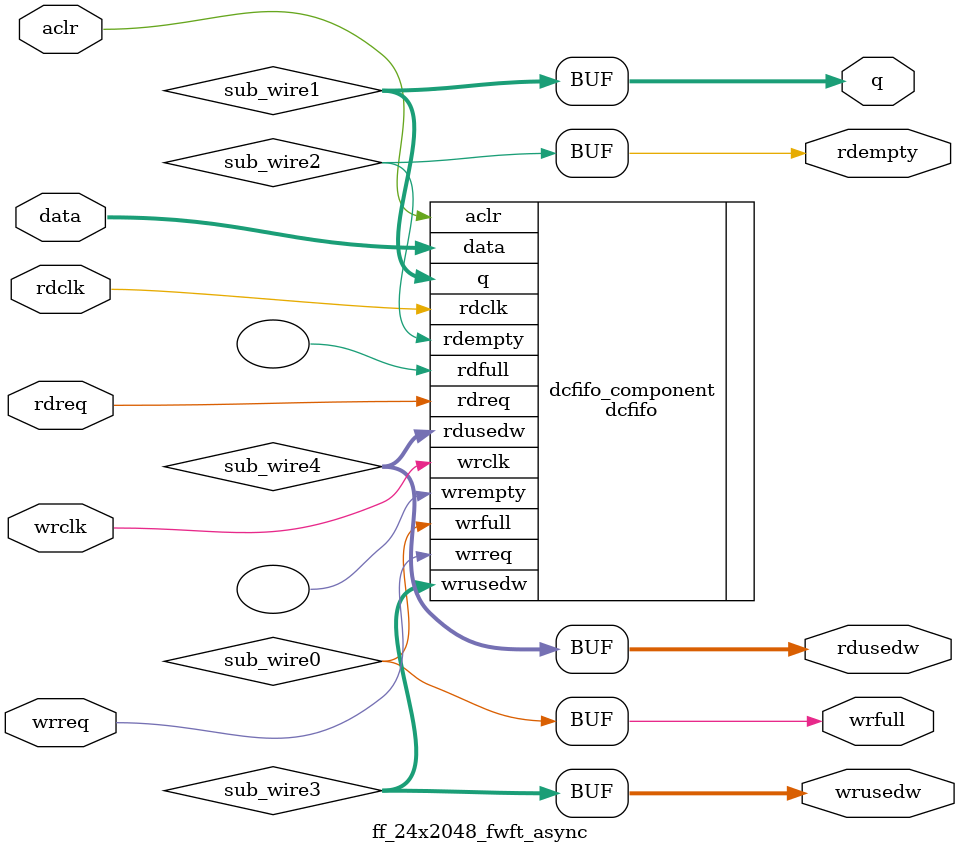
<source format=v>
module ff_24x2048_fwft_async (
	aclr,
	data,
	rdclk,
	rdreq,
	wrclk,
	wrreq,
	q,
	rdempty,
	rdusedw,
	wrfull,
	wrusedw);
	input	  aclr;
	input	[23:0]  data;
	input	  rdclk;
	input	  rdreq;
	input	  wrclk;
	input	  wrreq;
	output	[23:0]  q;
	output	  rdempty;
	output	[10:0]  rdusedw;
	output	  wrfull;
	output	[10:0]  wrusedw;
`ifndef ALTERA_RESERVED_QIS
// synopsys translate_off
`endif
	tri0	  aclr;
`ifndef ALTERA_RESERVED_QIS
// synopsys translate_on
`endif
	wire  sub_wire0;
	wire [23:0] sub_wire1;
	wire  sub_wire2;
	wire [10:0] sub_wire3;
	wire [10:0] sub_wire4;
	wire  wrfull = sub_wire0;
	wire [23:0] q = sub_wire1[23:0];
	wire  rdempty = sub_wire2;
	wire [10:0] wrusedw = sub_wire3[10:0];
	wire [10:0] rdusedw = sub_wire4[10:0];
	dcfifo	dcfifo_component (
				.rdclk (rdclk),
				.wrclk (wrclk),
				.wrreq (wrreq),
				.aclr (aclr),
				.data (data),
				.rdreq (rdreq),
				.wrfull (sub_wire0),
				.q (sub_wire1),
				.rdempty (sub_wire2),
				.wrusedw (sub_wire3),
				.rdusedw (sub_wire4),
				.rdfull (),
				.wrempty ());
	defparam
		dcfifo_component.intended_device_family = "Cyclone V",
		dcfifo_component.lpm_hint = "RAM_BLOCK_TYPE=M10K",
		dcfifo_component.lpm_numwords = 2048,
		dcfifo_component.lpm_showahead = "ON",
		dcfifo_component.lpm_type = "dcfifo",
		dcfifo_component.lpm_width = 24,
		dcfifo_component.lpm_widthu = 11,
		dcfifo_component.overflow_checking = "ON",
		dcfifo_component.rdsync_delaypipe = 4,
		dcfifo_component.read_aclr_synch = "ON",
		dcfifo_component.underflow_checking = "ON",
		dcfifo_component.use_eab = "ON",
		dcfifo_component.write_aclr_synch = "ON",
		dcfifo_component.wrsync_delaypipe = 4;
endmodule
</source>
